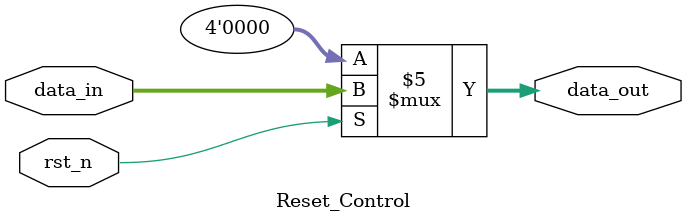
<source format=sv>
module AsyncRst_XNOR (
    input        rst_n,
    input  [3:0] src_a, src_b,
    output [3:0] q
);
    // Internal connection signals
    wire [3:0] mult_result;
    
    // Instantiate Booth multiplier submodule
    Booth_Multiplier u_booth_multiplier (
        .multiplicand (src_a),
        .multiplier   (src_b),
        .product      (mult_result)
    );
    
    // Instantiate reset control submodule
    Reset_Control u_reset_control (
        .rst_n      (rst_n),
        .data_in    (mult_result),
        .data_out   (q)
    );
    
endmodule

// Submodule for 4-bit Booth Multiplier
module Booth_Multiplier (
    input  [3:0] multiplicand,
    input  [3:0] multiplier,
    output [3:0] product
);
    reg [8:0] booth_product;
    reg [4:0] booth_multiplier;
    reg [4:0] neg_multiplicand;
    reg [4:0] pos_multiplicand;
    
    always @(*) begin
        // Initialize values
        booth_multiplier = {multiplier, 1'b0};
        pos_multiplicand = {1'b0, multiplicand};
        neg_multiplicand = ~{1'b0, multiplicand} + 1'b1;
        booth_product = 9'b0;
        
        // Booth algorithm implementation
        for (integer i = 0; i < 4; i = i + 1) begin
            case (booth_multiplier[1:0])
                2'b01: booth_product[8:4] = booth_product[8:4] + pos_multiplicand;
                2'b10: booth_product[8:4] = booth_product[8:4] + neg_multiplicand;
                default: ; // Do nothing for 00 or 11
            endcase
            
            // Arithmetic right shift
            booth_product = {booth_product[8], booth_product[8:1]};
            booth_multiplier = {1'b0, booth_multiplier[4:1]};
        end
    end
    
    // Extract the final product (truncated to 4 bits)
    assign product = booth_product[3:0];
    
endmodule

// Submodule for reset control
module Reset_Control (
    input        rst_n,
    input  [3:0] data_in,
    output reg [3:0] data_out
);
    // Reset control logic using if-else instead of conditional operator
    always @(*) begin
        if (rst_n) begin
            data_out = data_in;
        end else begin
            data_out = 4'b0000;
        end
    end
    
endmodule
</source>
